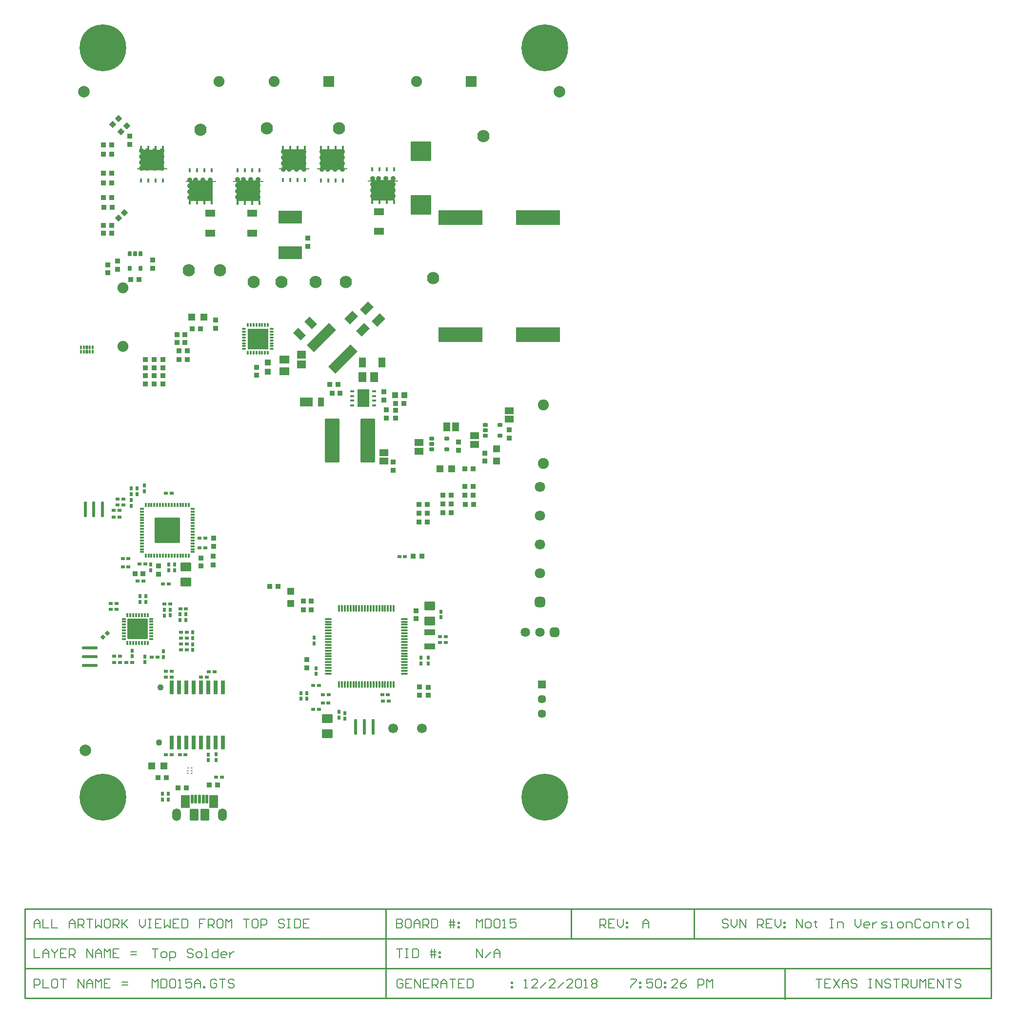
<source format=gts>
G04*
G04 #@! TF.GenerationSoftware,Altium Limited,Altium Designer,18.1.9 (240)*
G04*
G04 Layer_Color=8388736*
%FSAX25Y25*%
%MOIN*%
G70*
G01*
G75*
%ADD16C,0.01000*%
%ADD22C,0.00800*%
G04:AMPARAMS|DCode=35|XSize=9.84mil|YSize=21.85mil|CornerRadius=1.97mil|HoleSize=0mil|Usage=FLASHONLY|Rotation=270.000|XOffset=0mil|YOffset=0mil|HoleType=Round|Shape=RoundedRectangle|*
%AMROUNDEDRECTD35*
21,1,0.00984,0.01791,0,0,270.0*
21,1,0.00591,0.02185,0,0,270.0*
1,1,0.00394,-0.00896,-0.00295*
1,1,0.00394,-0.00896,0.00295*
1,1,0.00394,0.00896,0.00295*
1,1,0.00394,0.00896,-0.00295*
%
%ADD35ROUNDEDRECTD35*%
G04:AMPARAMS|DCode=65|XSize=7.87mil|YSize=11.81mil|CornerRadius=1.99mil|HoleSize=0mil|Usage=FLASHONLY|Rotation=90.000|XOffset=0mil|YOffset=0mil|HoleType=Round|Shape=RoundedRectangle|*
%AMROUNDEDRECTD65*
21,1,0.00787,0.00784,0,0,90.0*
21,1,0.00390,0.01181,0,0,90.0*
1,1,0.00398,0.00392,0.00195*
1,1,0.00398,0.00392,-0.00195*
1,1,0.00398,-0.00392,-0.00195*
1,1,0.00398,-0.00392,0.00195*
%
%ADD65ROUNDEDRECTD65*%
G04:AMPARAMS|DCode=66|XSize=7.87mil|YSize=13.78mil|CornerRadius=1.99mil|HoleSize=0mil|Usage=FLASHONLY|Rotation=90.000|XOffset=0mil|YOffset=0mil|HoleType=Round|Shape=RoundedRectangle|*
%AMROUNDEDRECTD66*
21,1,0.00787,0.00980,0,0,90.0*
21,1,0.00390,0.01378,0,0,90.0*
1,1,0.00398,0.00490,0.00195*
1,1,0.00398,0.00490,-0.00195*
1,1,0.00398,-0.00490,-0.00195*
1,1,0.00398,-0.00490,0.00195*
%
%ADD66ROUNDEDRECTD66*%
G04:AMPARAMS|DCode=68|XSize=29.92mil|YSize=16.14mil|CornerRadius=1.95mil|HoleSize=0mil|Usage=FLASHONLY|Rotation=270.000|XOffset=0mil|YOffset=0mil|HoleType=Round|Shape=RoundedRectangle|*
%AMROUNDEDRECTD68*
21,1,0.02992,0.01225,0,0,270.0*
21,1,0.02603,0.01614,0,0,270.0*
1,1,0.00389,-0.00612,-0.01301*
1,1,0.00389,-0.00612,0.01301*
1,1,0.00389,0.00612,0.01301*
1,1,0.00389,0.00612,-0.01301*
%
%ADD68ROUNDEDRECTD68*%
G04:AMPARAMS|DCode=95|XSize=140.94mil|YSize=157.48mil|CornerRadius=2.11mil|HoleSize=0mil|Usage=FLASHONLY|Rotation=270.000|XOffset=0mil|YOffset=0mil|HoleType=Round|Shape=RoundedRectangle|*
%AMROUNDEDRECTD95*
21,1,0.14094,0.15325,0,0,270.0*
21,1,0.13672,0.15748,0,0,270.0*
1,1,0.00423,-0.07663,-0.06836*
1,1,0.00423,-0.07663,0.06836*
1,1,0.00423,0.07663,0.06836*
1,1,0.00423,0.07663,-0.06836*
%
%ADD95ROUNDEDRECTD95*%
%ADD96R,0.00709X0.00984*%
%ADD97C,0.07874*%
G04:AMPARAMS|DCode=98|XSize=98.43mil|YSize=299.21mil|CornerRadius=3.86mil|HoleSize=0mil|Usage=FLASHONLY|Rotation=0.000|XOffset=0mil|YOffset=0mil|HoleType=Round|Shape=RoundedRectangle|*
%AMROUNDEDRECTD98*
21,1,0.09843,0.29150,0,0,0.0*
21,1,0.09071,0.29921,0,0,0.0*
1,1,0.00772,0.04535,-0.14575*
1,1,0.00772,-0.04535,-0.14575*
1,1,0.00772,-0.04535,0.14575*
1,1,0.00772,0.04535,0.14575*
%
%ADD98ROUNDEDRECTD98*%
G04:AMPARAMS|DCode=99|XSize=29.53mil|YSize=92.52mil|CornerRadius=3.89mil|HoleSize=0mil|Usage=FLASHONLY|Rotation=0.000|XOffset=0mil|YOffset=0mil|HoleType=Round|Shape=RoundedRectangle|*
%AMROUNDEDRECTD99*
21,1,0.02953,0.08474,0,0,0.0*
21,1,0.02175,0.09252,0,0,0.0*
1,1,0.00778,0.01088,-0.04237*
1,1,0.00778,-0.01088,-0.04237*
1,1,0.00778,-0.01088,0.04237*
1,1,0.00778,0.01088,0.04237*
%
%ADD99ROUNDEDRECTD99*%
%ADD100R,0.29921X0.10236*%
%ADD101R,0.13976X0.13976*%
%ADD102O,0.01339X0.02756*%
%ADD103O,0.02756X0.01339*%
G04:AMPARAMS|DCode=104|XSize=139.76mil|YSize=139.76mil|CornerRadius=4.01mil|HoleSize=0mil|Usage=FLASHONLY|Rotation=90.000|XOffset=0mil|YOffset=0mil|HoleType=Round|Shape=RoundedRectangle|*
%AMROUNDEDRECTD104*
21,1,0.13976,0.13175,0,0,90.0*
21,1,0.13175,0.13976,0,0,90.0*
1,1,0.00801,0.06588,0.06588*
1,1,0.00801,0.06588,-0.06588*
1,1,0.00801,-0.06588,-0.06588*
1,1,0.00801,-0.06588,0.06588*
%
%ADD104ROUNDEDRECTD104*%
G04:AMPARAMS|DCode=105|XSize=13.78mil|YSize=27.56mil|CornerRadius=3.94mil|HoleSize=0mil|Usage=FLASHONLY|Rotation=90.000|XOffset=0mil|YOffset=0mil|HoleType=Round|Shape=RoundedRectangle|*
%AMROUNDEDRECTD105*
21,1,0.01378,0.01968,0,0,90.0*
21,1,0.00591,0.02756,0,0,90.0*
1,1,0.00787,0.00984,0.00295*
1,1,0.00787,0.00984,-0.00295*
1,1,0.00787,-0.00984,-0.00295*
1,1,0.00787,-0.00984,0.00295*
%
%ADD105ROUNDEDRECTD105*%
G04:AMPARAMS|DCode=106|XSize=13.78mil|YSize=27.56mil|CornerRadius=3.94mil|HoleSize=0mil|Usage=FLASHONLY|Rotation=180.000|XOffset=0mil|YOffset=0mil|HoleType=Round|Shape=RoundedRectangle|*
%AMROUNDEDRECTD106*
21,1,0.01378,0.01968,0,0,180.0*
21,1,0.00591,0.02756,0,0,180.0*
1,1,0.00787,-0.00295,0.00984*
1,1,0.00787,0.00295,0.00984*
1,1,0.00787,0.00295,-0.00984*
1,1,0.00787,-0.00295,-0.00984*
%
%ADD106ROUNDEDRECTD106*%
G04:AMPARAMS|DCode=107|XSize=171.26mil|YSize=171.26mil|CornerRadius=3.64mil|HoleSize=0mil|Usage=FLASHONLY|Rotation=90.000|XOffset=0mil|YOffset=0mil|HoleType=Round|Shape=RoundedRectangle|*
%AMROUNDEDRECTD107*
21,1,0.17126,0.16398,0,0,90.0*
21,1,0.16398,0.17126,0,0,90.0*
1,1,0.00728,0.08199,0.08199*
1,1,0.00728,0.08199,-0.08199*
1,1,0.00728,-0.08199,-0.08199*
1,1,0.00728,-0.08199,0.08199*
%
%ADD107ROUNDEDRECTD107*%
G04:AMPARAMS|DCode=108|XSize=14.96mil|YSize=29.13mil|CornerRadius=4.74mil|HoleSize=0mil|Usage=FLASHONLY|Rotation=270.000|XOffset=0mil|YOffset=0mil|HoleType=Round|Shape=RoundedRectangle|*
%AMROUNDEDRECTD108*
21,1,0.01496,0.01965,0,0,270.0*
21,1,0.00548,0.02913,0,0,270.0*
1,1,0.00948,-0.00983,-0.00274*
1,1,0.00948,-0.00983,0.00274*
1,1,0.00948,0.00983,0.00274*
1,1,0.00948,0.00983,-0.00274*
%
%ADD108ROUNDEDRECTD108*%
G04:AMPARAMS|DCode=109|XSize=14.96mil|YSize=29.13mil|CornerRadius=4.74mil|HoleSize=0mil|Usage=FLASHONLY|Rotation=0.000|XOffset=0mil|YOffset=0mil|HoleType=Round|Shape=RoundedRectangle|*
%AMROUNDEDRECTD109*
21,1,0.01496,0.01965,0,0,0.0*
21,1,0.00548,0.02913,0,0,0.0*
1,1,0.00948,0.00274,-0.00983*
1,1,0.00948,-0.00274,-0.00983*
1,1,0.00948,-0.00274,0.00983*
1,1,0.00948,0.00274,0.00983*
%
%ADD109ROUNDEDRECTD109*%
%ADD110R,0.09055X0.05906*%
%ADD111R,0.03937X0.05906*%
%ADD112O,0.01378X0.05315*%
%ADD113O,0.05315X0.01378*%
G04:AMPARAMS|DCode=114|XSize=122.05mil|YSize=81.89mil|CornerRadius=3.92mil|HoleSize=0mil|Usage=FLASHONLY|Rotation=270.000|XOffset=0mil|YOffset=0mil|HoleType=Round|Shape=RoundedRectangle|*
%AMROUNDEDRECTD114*
21,1,0.12205,0.07406,0,0,270.0*
21,1,0.11421,0.08189,0,0,270.0*
1,1,0.00784,-0.03703,-0.05711*
1,1,0.00784,-0.03703,0.05711*
1,1,0.00784,0.03703,0.05711*
1,1,0.00784,0.03703,-0.05711*
%
%ADD114ROUNDEDRECTD114*%
G04:AMPARAMS|DCode=115|XSize=15.75mil|YSize=27.56mil|CornerRadius=3.92mil|HoleSize=0mil|Usage=FLASHONLY|Rotation=270.000|XOffset=0mil|YOffset=0mil|HoleType=Round|Shape=RoundedRectangle|*
%AMROUNDEDRECTD115*
21,1,0.01575,0.01972,0,0,270.0*
21,1,0.00791,0.02756,0,0,270.0*
1,1,0.00784,-0.00986,-0.00396*
1,1,0.00784,-0.00986,0.00396*
1,1,0.00784,0.00986,0.00396*
1,1,0.00784,0.00986,-0.00396*
%
%ADD115ROUNDEDRECTD115*%
G04:AMPARAMS|DCode=116|XSize=19.68mil|YSize=106.3mil|CornerRadius=3.94mil|HoleSize=0mil|Usage=FLASHONLY|Rotation=180.000|XOffset=0mil|YOffset=0mil|HoleType=Round|Shape=RoundedRectangle|*
%AMROUNDEDRECTD116*
21,1,0.01968,0.09843,0,0,180.0*
21,1,0.01181,0.10630,0,0,180.0*
1,1,0.00787,-0.00591,0.04921*
1,1,0.00787,0.00591,0.04921*
1,1,0.00787,0.00591,-0.04921*
1,1,0.00787,-0.00591,-0.04921*
%
%ADD116ROUNDEDRECTD116*%
G04:AMPARAMS|DCode=117|XSize=62.01mil|YSize=86.61mil|CornerRadius=4mil|HoleSize=0mil|Usage=FLASHONLY|Rotation=180.000|XOffset=0mil|YOffset=0mil|HoleType=Round|Shape=RoundedRectangle|*
%AMROUNDEDRECTD117*
21,1,0.06201,0.07861,0,0,180.0*
21,1,0.05401,0.08661,0,0,180.0*
1,1,0.00800,-0.02700,0.03931*
1,1,0.00800,0.02700,0.03931*
1,1,0.00800,0.02700,-0.03931*
1,1,0.00800,-0.02700,-0.03931*
%
%ADD117ROUNDEDRECTD117*%
G04:AMPARAMS|DCode=118|XSize=58.07mil|YSize=78.74mil|CornerRadius=3.86mil|HoleSize=0mil|Usage=FLASHONLY|Rotation=180.000|XOffset=0mil|YOffset=0mil|HoleType=Round|Shape=RoundedRectangle|*
%AMROUNDEDRECTD118*
21,1,0.05807,0.07101,0,0,180.0*
21,1,0.05034,0.07874,0,0,180.0*
1,1,0.00773,-0.02517,0.03551*
1,1,0.00773,0.02517,0.03551*
1,1,0.00773,0.02517,-0.03551*
1,1,0.00773,-0.02517,-0.03551*
%
%ADD118ROUNDEDRECTD118*%
G04:AMPARAMS|DCode=119|XSize=21.65mil|YSize=58.27mil|CornerRadius=3.92mil|HoleSize=0mil|Usage=FLASHONLY|Rotation=180.000|XOffset=0mil|YOffset=0mil|HoleType=Round|Shape=RoundedRectangle|*
%AMROUNDEDRECTD119*
21,1,0.02165,0.05043,0,0,180.0*
21,1,0.01382,0.05827,0,0,180.0*
1,1,0.00784,-0.00691,0.02522*
1,1,0.00784,0.00691,0.02522*
1,1,0.00784,0.00691,-0.02522*
1,1,0.00784,-0.00691,-0.02522*
%
%ADD119ROUNDEDRECTD119*%
%ADD120R,0.05118X0.05118*%
%ADD121R,0.03543X0.03543*%
%ADD122R,0.05118X0.05118*%
G04:AMPARAMS|DCode=123|XSize=131.89mil|YSize=138.98mil|CornerRadius=3.89mil|HoleSize=0mil|Usage=FLASHONLY|Rotation=270.000|XOffset=0mil|YOffset=0mil|HoleType=Round|Shape=RoundedRectangle|*
%AMROUNDEDRECTD123*
21,1,0.13189,0.13120,0,0,270.0*
21,1,0.12411,0.13898,0,0,270.0*
1,1,0.00778,-0.06560,-0.06206*
1,1,0.00778,-0.06560,0.06206*
1,1,0.00778,0.06560,0.06206*
1,1,0.00778,0.06560,-0.06206*
%
%ADD123ROUNDEDRECTD123*%
%ADD124R,0.07480X0.04331*%
G04:AMPARAMS|DCode=125|XSize=11.81mil|YSize=26.18mil|CornerRadius=3.94mil|HoleSize=0mil|Usage=FLASHONLY|Rotation=180.000|XOffset=0mil|YOffset=0mil|HoleType=Round|Shape=RoundedRectangle|*
%AMROUNDEDRECTD125*
21,1,0.01181,0.01831,0,0,180.0*
21,1,0.00394,0.02618,0,0,180.0*
1,1,0.00787,-0.00197,0.00915*
1,1,0.00787,0.00197,0.00915*
1,1,0.00787,0.00197,-0.00915*
1,1,0.00787,-0.00197,-0.00915*
%
%ADD125ROUNDEDRECTD125*%
G04:AMPARAMS|DCode=126|XSize=19.68mil|YSize=26.18mil|CornerRadius=3.94mil|HoleSize=0mil|Usage=FLASHONLY|Rotation=180.000|XOffset=0mil|YOffset=0mil|HoleType=Round|Shape=RoundedRectangle|*
%AMROUNDEDRECTD126*
21,1,0.01968,0.01831,0,0,180.0*
21,1,0.01181,0.02618,0,0,180.0*
1,1,0.00787,-0.00591,0.00915*
1,1,0.00787,0.00591,0.00915*
1,1,0.00787,0.00591,-0.00915*
1,1,0.00787,-0.00591,-0.00915*
%
%ADD126ROUNDEDRECTD126*%
G04:AMPARAMS|DCode=127|XSize=25.59mil|YSize=35.43mil|CornerRadius=3.92mil|HoleSize=0mil|Usage=FLASHONLY|Rotation=0.000|XOffset=0mil|YOffset=0mil|HoleType=Round|Shape=RoundedRectangle|*
%AMROUNDEDRECTD127*
21,1,0.02559,0.02760,0,0,0.0*
21,1,0.01776,0.03543,0,0,0.0*
1,1,0.00784,0.00888,-0.01380*
1,1,0.00784,-0.00888,-0.01380*
1,1,0.00784,-0.00888,0.01380*
1,1,0.00784,0.00888,0.01380*
%
%ADD127ROUNDEDRECTD127*%
%ADD128R,0.16142X0.08661*%
G04:AMPARAMS|DCode=129|XSize=74.8mil|YSize=59.06mil|CornerRadius=3.9mil|HoleSize=0mil|Usage=FLASHONLY|Rotation=0.000|XOffset=0mil|YOffset=0mil|HoleType=Round|Shape=RoundedRectangle|*
%AMROUNDEDRECTD129*
21,1,0.07480,0.05126,0,0,0.0*
21,1,0.06701,0.05906,0,0,0.0*
1,1,0.00780,0.03350,-0.02563*
1,1,0.00780,-0.03350,-0.02563*
1,1,0.00780,-0.03350,0.02563*
1,1,0.00780,0.03350,0.02563*
%
%ADD129ROUNDEDRECTD129*%
G04:AMPARAMS|DCode=130|XSize=212.6mil|YSize=66.93mil|CornerRadius=0mil|HoleSize=0mil|Usage=FLASHONLY|Rotation=45.000|XOffset=0mil|YOffset=0mil|HoleType=Round|Shape=Rectangle|*
%AMROTATEDRECTD130*
4,1,4,-0.05150,-0.09883,-0.09883,-0.05150,0.05150,0.09883,0.09883,0.05150,-0.05150,-0.09883,0.0*
%
%ADD130ROTATEDRECTD130*%

G04:AMPARAMS|DCode=131|XSize=72.84mil|YSize=47.24mil|CornerRadius=0mil|HoleSize=0mil|Usage=FLASHONLY|Rotation=315.000|XOffset=0mil|YOffset=0mil|HoleType=Round|Shape=Rectangle|*
%AMROTATEDRECTD131*
4,1,4,-0.04245,0.00905,-0.00905,0.04245,0.04245,-0.00905,0.00905,-0.04245,-0.04245,0.00905,0.0*
%
%ADD131ROTATEDRECTD131*%

%ADD132R,0.06693X0.04724*%
G04:AMPARAMS|DCode=133|XSize=76.77mil|YSize=55.12mil|CornerRadius=0mil|HoleSize=0mil|Usage=FLASHONLY|Rotation=225.000|XOffset=0mil|YOffset=0mil|HoleType=Round|Shape=Rectangle|*
%AMROTATEDRECTD133*
4,1,4,0.00766,0.04663,0.04663,0.00766,-0.00766,-0.04663,-0.04663,-0.00766,0.00766,0.04663,0.0*
%
%ADD133ROTATEDRECTD133*%

%ADD134R,0.05906X0.04724*%
%ADD135R,0.06694X0.05394*%
%ADD136R,0.06299X0.05512*%
%ADD137R,0.03543X0.03740*%
%ADD138R,0.02756X0.02362*%
%ADD139R,0.03740X0.03543*%
%ADD140C,0.04331*%
G04:AMPARAMS|DCode=141|XSize=25.59mil|YSize=35.43mil|CornerRadius=3.92mil|HoleSize=0mil|Usage=FLASHONLY|Rotation=90.000|XOffset=0mil|YOffset=0mil|HoleType=Round|Shape=RoundedRectangle|*
%AMROUNDEDRECTD141*
21,1,0.02559,0.02760,0,0,90.0*
21,1,0.01776,0.03543,0,0,90.0*
1,1,0.00784,0.01380,0.00888*
1,1,0.00784,0.01380,-0.00888*
1,1,0.00784,-0.01380,-0.00888*
1,1,0.00784,-0.01380,0.00888*
%
%ADD141ROUNDEDRECTD141*%
%ADD142R,0.03394X0.03394*%
%ADD143R,0.03394X0.03394*%
%ADD144R,0.02362X0.02756*%
%ADD145R,0.05394X0.06694*%
%ADD146R,0.04724X0.06693*%
%ADD147R,0.04724X0.05906*%
G04:AMPARAMS|DCode=148|XSize=19.68mil|YSize=106.3mil|CornerRadius=3.94mil|HoleSize=0mil|Usage=FLASHONLY|Rotation=90.000|XOffset=0mil|YOffset=0mil|HoleType=Round|Shape=RoundedRectangle|*
%AMROUNDEDRECTD148*
21,1,0.01968,0.09843,0,0,90.0*
21,1,0.01181,0.10630,0,0,90.0*
1,1,0.00787,0.04921,0.00591*
1,1,0.00787,0.04921,-0.00591*
1,1,0.00787,-0.04921,-0.00591*
1,1,0.00787,-0.04921,0.00591*
%
%ADD148ROUNDEDRECTD148*%
%ADD149P,0.04799X4X90.0*%
G04:AMPARAMS|DCode=150|XSize=23.62mil|YSize=27.56mil|CornerRadius=0mil|HoleSize=0mil|Usage=FLASHONLY|Rotation=315.000|XOffset=0mil|YOffset=0mil|HoleType=Round|Shape=Rectangle|*
%AMROTATEDRECTD150*
4,1,4,-0.01810,-0.00139,0.00139,0.01810,0.01810,0.00139,-0.00139,-0.01810,-0.01810,-0.00139,0.0*
%
%ADD150ROTATEDRECTD150*%

%ADD151R,0.03543X0.03543*%
%ADD152R,0.04331X0.04134*%
%ADD153R,0.04134X0.04331*%
%ADD154C,0.06693*%
%ADD155C,0.07480*%
%ADD156R,0.07480X0.07480*%
G04:AMPARAMS|DCode=157|XSize=70.87mil|YSize=70.87mil|CornerRadius=18.7mil|HoleSize=0mil|Usage=FLASHONLY|Rotation=90.000|XOffset=0mil|YOffset=0mil|HoleType=Round|Shape=RoundedRectangle|*
%AMROUNDEDRECTD157*
21,1,0.07087,0.03347,0,0,90.0*
21,1,0.03347,0.07087,0,0,90.0*
1,1,0.03740,0.01673,0.01673*
1,1,0.03740,0.01673,-0.01673*
1,1,0.03740,-0.01673,-0.01673*
1,1,0.03740,-0.01673,0.01673*
%
%ADD157ROUNDEDRECTD157*%
%ADD158C,0.07087*%
%ADD159C,0.31890*%
G04:AMPARAMS|DCode=160|XSize=86.61mil|YSize=59.06mil|CornerRadius=29.53mil|HoleSize=0mil|Usage=FLASHONLY|Rotation=90.000|XOffset=0mil|YOffset=0mil|HoleType=Round|Shape=RoundedRectangle|*
%AMROUNDEDRECTD160*
21,1,0.08661,0.00000,0,0,90.0*
21,1,0.02756,0.05906,0,0,90.0*
1,1,0.05906,0.00000,0.01378*
1,1,0.05906,0.00000,-0.01378*
1,1,0.05906,0.00000,-0.01378*
1,1,0.05906,0.00000,0.01378*
%
%ADD160ROUNDEDRECTD160*%
%ADD161C,0.06417*%
G04:AMPARAMS|DCode=162|XSize=64.17mil|YSize=64.17mil|CornerRadius=17.03mil|HoleSize=0mil|Usage=FLASHONLY|Rotation=180.000|XOffset=0mil|YOffset=0mil|HoleType=Round|Shape=RoundedRectangle|*
%AMROUNDEDRECTD162*
21,1,0.06417,0.03012,0,0,180.0*
21,1,0.03012,0.06417,0,0,180.0*
1,1,0.03406,-0.01506,0.01506*
1,1,0.03406,0.01506,0.01506*
1,1,0.03406,0.01506,-0.01506*
1,1,0.03406,-0.01506,-0.01506*
%
%ADD162ROUNDEDRECTD162*%
%ADD163C,0.08394*%
%ADD164C,0.05709*%
%ADD165R,0.05709X0.05709*%
%ADD166C,0.03494*%
%ADD167C,0.02362*%
G54D16*
X0559400Y0039400D02*
Y0059683D01*
X0440500Y0040050D02*
X0700200D01*
Y0101050D01*
X0286500Y0040050D02*
Y0101050D01*
X0040000Y0040050D02*
Y0101050D01*
X0040050Y0040050D02*
X0197600D01*
X0040050D02*
Y0101050D01*
X0700200D01*
X0040000Y0040050D02*
X0440500D01*
X0040000Y0060383D02*
X0700000D01*
X0040000Y0080717D02*
X0700200D01*
X0413200D02*
Y0101050D01*
X0497200Y0080717D02*
Y0101050D01*
G54D22*
X0126900Y0073549D02*
X0130899D01*
X0128899D01*
Y0067551D01*
X0133898D02*
X0135897D01*
X0136897Y0068550D01*
Y0070550D01*
X0135897Y0071549D01*
X0133898D01*
X0132898Y0070550D01*
Y0068550D01*
X0133898Y0067551D01*
X0138896Y0065551D02*
Y0071549D01*
X0141895D01*
X0142895Y0070550D01*
Y0068550D01*
X0141895Y0067551D01*
X0138896D01*
X0154891Y0072549D02*
X0153891Y0073549D01*
X0151892D01*
X0150892Y0072549D01*
Y0071549D01*
X0151892Y0070550D01*
X0153891D01*
X0154891Y0069550D01*
Y0068550D01*
X0153891Y0067551D01*
X0151892D01*
X0150892Y0068550D01*
X0157890Y0067551D02*
X0159889D01*
X0160889Y0068550D01*
Y0070550D01*
X0159889Y0071549D01*
X0157890D01*
X0156890Y0070550D01*
Y0068550D01*
X0157890Y0067551D01*
X0162888D02*
X0164888D01*
X0163888D01*
Y0073549D01*
X0162888D01*
X0171885D02*
Y0067551D01*
X0168886D01*
X0167887Y0068550D01*
Y0070550D01*
X0168886Y0071549D01*
X0171885D01*
X0176884Y0067551D02*
X0174884D01*
X0173885Y0068550D01*
Y0070550D01*
X0174884Y0071549D01*
X0176884D01*
X0177884Y0070550D01*
Y0069550D01*
X0173885D01*
X0179883Y0071549D02*
Y0067551D01*
Y0069550D01*
X0180883Y0070550D01*
X0181882Y0071549D01*
X0182882D01*
X0126900Y0073549D02*
X0130899D01*
X0128899D01*
Y0067551D01*
X0133898D02*
X0135897D01*
X0136897Y0068550D01*
Y0070550D01*
X0135897Y0071549D01*
X0133898D01*
X0132898Y0070550D01*
Y0068550D01*
X0133898Y0067551D01*
X0138896Y0065551D02*
Y0071549D01*
X0141895D01*
X0142895Y0070550D01*
Y0068550D01*
X0141895Y0067551D01*
X0138896D01*
X0154891Y0072549D02*
X0153891Y0073549D01*
X0151892D01*
X0150892Y0072549D01*
Y0071549D01*
X0151892Y0070550D01*
X0153891D01*
X0154891Y0069550D01*
Y0068550D01*
X0153891Y0067551D01*
X0151892D01*
X0150892Y0068550D01*
X0157890Y0067551D02*
X0159889D01*
X0160889Y0068550D01*
Y0070550D01*
X0159889Y0071549D01*
X0157890D01*
X0156890Y0070550D01*
Y0068550D01*
X0157890Y0067551D01*
X0162888D02*
X0164888D01*
X0163888D01*
Y0073549D01*
X0162888D01*
X0171885D02*
Y0067551D01*
X0168886D01*
X0167887Y0068550D01*
Y0070550D01*
X0168886Y0071549D01*
X0171885D01*
X0176884Y0067551D02*
X0174884D01*
X0173885Y0068550D01*
Y0070550D01*
X0174884Y0071549D01*
X0176884D01*
X0177884Y0070550D01*
Y0069550D01*
X0173885D01*
X0179883Y0071549D02*
Y0067551D01*
Y0069550D01*
X0180883Y0070550D01*
X0181882Y0071549D01*
X0182882D01*
X0348550Y0067500D02*
Y0073498D01*
X0352549Y0067500D01*
Y0073498D01*
X0354548Y0067500D02*
X0358547Y0071499D01*
X0360546Y0067500D02*
Y0071499D01*
X0362545Y0073498D01*
X0364545Y0071499D01*
Y0067500D01*
Y0070499D01*
X0360546D01*
X0294000Y0073498D02*
X0297999D01*
X0295999D01*
Y0067500D01*
X0299998Y0073498D02*
X0301997D01*
X0300998D01*
Y0067500D01*
X0299998D01*
X0301997D01*
X0304996Y0073498D02*
Y0067500D01*
X0307996D01*
X0308995Y0068500D01*
Y0072498D01*
X0307996Y0073498D01*
X0304996D01*
X0317992Y0067500D02*
Y0073498D01*
X0319992D02*
Y0067500D01*
X0316993Y0071499D02*
X0319992D01*
X0320991D01*
X0316993Y0069499D02*
X0320991D01*
X0322991Y0071499D02*
X0323990D01*
Y0070499D01*
X0322991D01*
Y0071499D01*
Y0068500D02*
X0323990D01*
Y0067500D01*
X0322991D01*
Y0068500D01*
X0580500Y0052965D02*
X0584499D01*
X0582499D01*
Y0046966D01*
X0590497Y0052965D02*
X0586498D01*
Y0046966D01*
X0590497D01*
X0586498Y0049966D02*
X0588497D01*
X0592496Y0052965D02*
X0596495Y0046966D01*
Y0052965D02*
X0592496Y0046966D01*
X0598494D02*
Y0050965D01*
X0600493Y0052965D01*
X0602493Y0050965D01*
Y0046966D01*
Y0049966D01*
X0598494D01*
X0608491Y0051965D02*
X0607491Y0052965D01*
X0605492D01*
X0604492Y0051965D01*
Y0050965D01*
X0605492Y0049966D01*
X0607491D01*
X0608491Y0048966D01*
Y0047966D01*
X0607491Y0046966D01*
X0605492D01*
X0604492Y0047966D01*
X0616488Y0052965D02*
X0618488D01*
X0617488D01*
Y0046966D01*
X0616488D01*
X0618488D01*
X0621487D02*
Y0052965D01*
X0625486Y0046966D01*
Y0052965D01*
X0631484Y0051965D02*
X0630484Y0052965D01*
X0628484D01*
X0627485Y0051965D01*
Y0050965D01*
X0628484Y0049966D01*
X0630484D01*
X0631484Y0048966D01*
Y0047966D01*
X0630484Y0046966D01*
X0628484D01*
X0627485Y0047966D01*
X0633483Y0052965D02*
X0637482D01*
X0635482D01*
Y0046966D01*
X0639481D02*
Y0052965D01*
X0642480D01*
X0643480Y0051965D01*
Y0049966D01*
X0642480Y0048966D01*
X0639481D01*
X0641480D02*
X0643480Y0046966D01*
X0645479Y0052965D02*
Y0047966D01*
X0646479Y0046966D01*
X0648478D01*
X0649478Y0047966D01*
Y0052965D01*
X0651477Y0046966D02*
Y0052965D01*
X0653476Y0050965D01*
X0655476Y0052965D01*
Y0046966D01*
X0661474Y0052965D02*
X0657475D01*
Y0046966D01*
X0661474D01*
X0657475Y0049966D02*
X0659474D01*
X0663473Y0046966D02*
Y0052965D01*
X0667472Y0046966D01*
Y0052965D01*
X0669471D02*
X0673470D01*
X0671471D01*
Y0046966D01*
X0679468Y0051965D02*
X0678468Y0052965D01*
X0676469D01*
X0675469Y0051965D01*
Y0050965D01*
X0676469Y0049966D01*
X0678468D01*
X0679468Y0048966D01*
Y0047966D01*
X0678468Y0046966D01*
X0676469D01*
X0675469Y0047966D01*
X0454050Y0052965D02*
X0458049D01*
Y0051965D01*
X0454050Y0047966D01*
Y0046966D01*
X0460048Y0050965D02*
X0461048D01*
Y0049966D01*
X0460048D01*
Y0050965D01*
Y0047966D02*
X0461048D01*
Y0046966D01*
X0460048D01*
Y0047966D01*
X0469045Y0052965D02*
X0465046D01*
Y0049966D01*
X0467046Y0050965D01*
X0468046D01*
X0469045Y0049966D01*
Y0047966D01*
X0468046Y0046966D01*
X0466046D01*
X0465046Y0047966D01*
X0471044Y0051965D02*
X0472044Y0052965D01*
X0474044D01*
X0475043Y0051965D01*
Y0047966D01*
X0474044Y0046966D01*
X0472044D01*
X0471044Y0047966D01*
Y0051965D01*
X0477043Y0050965D02*
X0478042D01*
Y0049966D01*
X0477043D01*
Y0050965D01*
Y0047966D02*
X0478042D01*
Y0046966D01*
X0477043D01*
Y0047966D01*
X0486040Y0046966D02*
X0482041D01*
X0486040Y0050965D01*
Y0051965D01*
X0485040Y0052965D01*
X0483041D01*
X0482041Y0051965D01*
X0492038Y0052965D02*
X0490038Y0051965D01*
X0488039Y0049966D01*
Y0047966D01*
X0489039Y0046966D01*
X0491038D01*
X0492038Y0047966D01*
Y0048966D01*
X0491038Y0049966D01*
X0488039D01*
X0500035Y0046966D02*
Y0052965D01*
X0503034D01*
X0504034Y0051965D01*
Y0049966D01*
X0503034Y0048966D01*
X0500035D01*
X0506033Y0046966D02*
Y0052965D01*
X0508033Y0050965D01*
X0510032Y0052965D01*
Y0046966D01*
X0046350D02*
Y0052965D01*
X0049349D01*
X0050349Y0051965D01*
Y0049966D01*
X0049349Y0048966D01*
X0046350D01*
X0052348Y0052965D02*
Y0046966D01*
X0056347D01*
X0061345Y0052965D02*
X0059346D01*
X0058346Y0051965D01*
Y0047966D01*
X0059346Y0046966D01*
X0061345D01*
X0062345Y0047966D01*
Y0051965D01*
X0061345Y0052965D01*
X0064344D02*
X0068343D01*
X0066343D01*
Y0046966D01*
X0076340D02*
Y0052965D01*
X0080339Y0046966D01*
Y0052965D01*
X0082338Y0046966D02*
Y0050965D01*
X0084338Y0052965D01*
X0086337Y0050965D01*
Y0046966D01*
Y0049966D01*
X0082338D01*
X0088336Y0046966D02*
Y0052965D01*
X0090336Y0050965D01*
X0092335Y0052965D01*
Y0046966D01*
X0098333Y0052965D02*
X0094335D01*
Y0046966D01*
X0098333D01*
X0094335Y0049966D02*
X0096334D01*
X0106331Y0048966D02*
X0110329D01*
X0106331Y0050965D02*
X0110329D01*
X0046350Y0073549D02*
Y0067551D01*
X0050349D01*
X0052348D02*
Y0071549D01*
X0054347Y0073549D01*
X0056347Y0071549D01*
Y0067551D01*
Y0070550D01*
X0052348D01*
X0058346Y0073549D02*
Y0072549D01*
X0060346Y0070550D01*
X0062345Y0072549D01*
Y0073549D01*
X0060346Y0070550D02*
Y0067551D01*
X0068343Y0073549D02*
X0064344D01*
Y0067551D01*
X0068343D01*
X0064344Y0070550D02*
X0066343D01*
X0070342Y0067551D02*
Y0073549D01*
X0073341D01*
X0074341Y0072549D01*
Y0070550D01*
X0073341Y0069550D01*
X0070342D01*
X0072342D02*
X0074341Y0067551D01*
X0082338D02*
Y0073549D01*
X0086337Y0067551D01*
Y0073549D01*
X0088336Y0067551D02*
Y0071549D01*
X0090336Y0073549D01*
X0092335Y0071549D01*
Y0067551D01*
Y0070550D01*
X0088336D01*
X0094335Y0067551D02*
Y0073549D01*
X0096334Y0071549D01*
X0098333Y0073549D01*
Y0067551D01*
X0104331Y0073549D02*
X0100332D01*
Y0067551D01*
X0104331D01*
X0100332Y0070550D02*
X0102332D01*
X0112329Y0069550D02*
X0116327D01*
X0112329Y0071549D02*
X0116327D01*
X0294000Y0093831D02*
Y0087833D01*
X0296999D01*
X0297999Y0088833D01*
Y0089833D01*
X0296999Y0090832D01*
X0294000D01*
X0296999D01*
X0297999Y0091832D01*
Y0092832D01*
X0296999Y0093831D01*
X0294000D01*
X0302997D02*
X0300998D01*
X0299998Y0092832D01*
Y0088833D01*
X0300998Y0087833D01*
X0302997D01*
X0303997Y0088833D01*
Y0092832D01*
X0302997Y0093831D01*
X0305996Y0087833D02*
Y0091832D01*
X0307996Y0093831D01*
X0309995Y0091832D01*
Y0087833D01*
Y0090832D01*
X0305996D01*
X0311994Y0087833D02*
Y0093831D01*
X0314993D01*
X0315993Y0092832D01*
Y0090832D01*
X0314993Y0089833D01*
X0311994D01*
X0313994D02*
X0315993Y0087833D01*
X0317992Y0093831D02*
Y0087833D01*
X0320991D01*
X0321991Y0088833D01*
Y0092832D01*
X0320991Y0093831D01*
X0317992D01*
X0330988Y0087833D02*
Y0093831D01*
X0332987D02*
Y0087833D01*
X0329988Y0091832D02*
X0332987D01*
X0333987D01*
X0329988Y0089833D02*
X0333987D01*
X0335986Y0091832D02*
X0336986D01*
Y0090832D01*
X0335986D01*
Y0091832D01*
Y0088833D02*
X0336986D01*
Y0087833D01*
X0335986D01*
Y0088833D01*
X0348550Y0087833D02*
Y0093831D01*
X0350549Y0091832D01*
X0352549Y0093831D01*
Y0087833D01*
X0354548Y0093831D02*
Y0087833D01*
X0357547D01*
X0358547Y0088833D01*
Y0092832D01*
X0357547Y0093831D01*
X0354548D01*
X0360546Y0092832D02*
X0361546Y0093831D01*
X0363545D01*
X0364545Y0092832D01*
Y0088833D01*
X0363545Y0087833D01*
X0361546D01*
X0360546Y0088833D01*
Y0092832D01*
X0366544Y0087833D02*
X0368544D01*
X0367544D01*
Y0093831D01*
X0366544Y0092832D01*
X0375541Y0093831D02*
X0371543D01*
Y0090832D01*
X0373542Y0091832D01*
X0374542D01*
X0375541Y0090832D01*
Y0088833D01*
X0374542Y0087833D01*
X0372542D01*
X0371543Y0088833D01*
X0462150Y0087833D02*
Y0091832D01*
X0464149Y0093831D01*
X0466149Y0091832D01*
Y0087833D01*
Y0090832D01*
X0462150D01*
X0046350Y0087833D02*
Y0091832D01*
X0048349Y0093831D01*
X0050349Y0091832D01*
Y0087833D01*
Y0090832D01*
X0046350D01*
X0052348Y0093831D02*
Y0087833D01*
X0056347D01*
X0058346Y0093831D02*
Y0087833D01*
X0062345D01*
X0070342D02*
Y0091832D01*
X0072342Y0093831D01*
X0074341Y0091832D01*
Y0087833D01*
Y0090832D01*
X0070342D01*
X0076340Y0087833D02*
Y0093831D01*
X0079339D01*
X0080339Y0092832D01*
Y0090832D01*
X0079339Y0089833D01*
X0076340D01*
X0078340D02*
X0080339Y0087833D01*
X0082338Y0093831D02*
X0086337D01*
X0084338D01*
Y0087833D01*
X0088336Y0093831D02*
Y0087833D01*
X0090336Y0089833D01*
X0092335Y0087833D01*
Y0093831D01*
X0097334D02*
X0095334D01*
X0094335Y0092832D01*
Y0088833D01*
X0095334Y0087833D01*
X0097334D01*
X0098333Y0088833D01*
Y0092832D01*
X0097334Y0093831D01*
X0100332Y0087833D02*
Y0093831D01*
X0103332D01*
X0104331Y0092832D01*
Y0090832D01*
X0103332Y0089833D01*
X0100332D01*
X0102332D02*
X0104331Y0087833D01*
X0106331Y0093831D02*
Y0087833D01*
Y0089833D01*
X0110329Y0093831D01*
X0107330Y0090832D01*
X0110329Y0087833D01*
X0118327Y0093831D02*
Y0089833D01*
X0120326Y0087833D01*
X0122325Y0089833D01*
Y0093831D01*
X0124325D02*
X0126324D01*
X0125324D01*
Y0087833D01*
X0124325D01*
X0126324D01*
X0133322Y0093831D02*
X0129323D01*
Y0087833D01*
X0133322D01*
X0129323Y0090832D02*
X0131323D01*
X0135321Y0093831D02*
Y0087833D01*
X0137321Y0089833D01*
X0139320Y0087833D01*
Y0093831D01*
X0145318D02*
X0141319D01*
Y0087833D01*
X0145318D01*
X0141319Y0090832D02*
X0143319D01*
X0147317Y0093831D02*
Y0087833D01*
X0150316D01*
X0151316Y0088833D01*
Y0092832D01*
X0150316Y0093831D01*
X0147317D01*
X0163312D02*
X0159313D01*
Y0090832D01*
X0161313D01*
X0159313D01*
Y0087833D01*
X0165312D02*
Y0093831D01*
X0168310D01*
X0169310Y0092832D01*
Y0090832D01*
X0168310Y0089833D01*
X0165312D01*
X0167311D02*
X0169310Y0087833D01*
X0174309Y0093831D02*
X0172309D01*
X0171310Y0092832D01*
Y0088833D01*
X0172309Y0087833D01*
X0174309D01*
X0175308Y0088833D01*
Y0092832D01*
X0174309Y0093831D01*
X0177308Y0087833D02*
Y0093831D01*
X0179307Y0091832D01*
X0181306Y0093831D01*
Y0087833D01*
X0189304Y0093831D02*
X0193303D01*
X0191303D01*
Y0087833D01*
X0198301Y0093831D02*
X0196301D01*
X0195302Y0092832D01*
Y0088833D01*
X0196301Y0087833D01*
X0198301D01*
X0199301Y0088833D01*
Y0092832D01*
X0198301Y0093831D01*
X0201300Y0087833D02*
Y0093831D01*
X0204299D01*
X0205299Y0092832D01*
Y0090832D01*
X0204299Y0089833D01*
X0201300D01*
X0217295Y0092832D02*
X0216295Y0093831D01*
X0214296D01*
X0213296Y0092832D01*
Y0091832D01*
X0214296Y0090832D01*
X0216295D01*
X0217295Y0089833D01*
Y0088833D01*
X0216295Y0087833D01*
X0214296D01*
X0213296Y0088833D01*
X0219294Y0093831D02*
X0221293D01*
X0220294D01*
Y0087833D01*
X0219294D01*
X0221293D01*
X0224292Y0093831D02*
Y0087833D01*
X0227291D01*
X0228291Y0088833D01*
Y0092832D01*
X0227291Y0093831D01*
X0224292D01*
X0234289D02*
X0230291D01*
Y0087833D01*
X0234289D01*
X0230291Y0090832D02*
X0232290D01*
X0298199Y0051965D02*
X0297199Y0052965D01*
X0295200D01*
X0294200Y0051965D01*
Y0047966D01*
X0295200Y0046966D01*
X0297199D01*
X0298199Y0047966D01*
Y0049966D01*
X0296199D01*
X0304197Y0052965D02*
X0300198D01*
Y0046966D01*
X0304197D01*
X0300198Y0049966D02*
X0302197D01*
X0306196Y0046966D02*
Y0052965D01*
X0310195Y0046966D01*
Y0052965D01*
X0316193D02*
X0312194D01*
Y0046966D01*
X0316193D01*
X0312194Y0049966D02*
X0314194D01*
X0318192Y0046966D02*
Y0052965D01*
X0321191D01*
X0322191Y0051965D01*
Y0049966D01*
X0321191Y0048966D01*
X0318192D01*
X0320192D02*
X0322191Y0046966D01*
X0324190D02*
Y0050965D01*
X0326190Y0052965D01*
X0328189Y0050965D01*
Y0046966D01*
Y0049966D01*
X0324190D01*
X0330188Y0052965D02*
X0334187D01*
X0332188D01*
Y0046966D01*
X0340185Y0052965D02*
X0336186D01*
Y0046966D01*
X0340185D01*
X0336186Y0049966D02*
X0338186D01*
X0342184Y0052965D02*
Y0046966D01*
X0345183D01*
X0346183Y0047966D01*
Y0051965D01*
X0345183Y0052965D01*
X0342184D01*
X0372175Y0050965D02*
X0373175D01*
Y0049966D01*
X0372175D01*
Y0050965D01*
Y0047966D02*
X0373175D01*
Y0046966D01*
X0372175D01*
Y0047966D01*
X0381150Y0046966D02*
X0383149D01*
X0382150D01*
Y0052965D01*
X0381150Y0051965D01*
X0390147Y0046966D02*
X0386148D01*
X0390147Y0050965D01*
Y0051965D01*
X0389147Y0052965D01*
X0387148D01*
X0386148Y0051965D01*
X0392146Y0046966D02*
X0396145Y0050965D01*
X0402143Y0046966D02*
X0398145D01*
X0402143Y0050965D01*
Y0051965D01*
X0401144Y0052965D01*
X0399144D01*
X0398145Y0051965D01*
X0404143Y0046966D02*
X0408141Y0050965D01*
X0414139Y0046966D02*
X0410141D01*
X0414139Y0050965D01*
Y0051965D01*
X0413140Y0052965D01*
X0411140D01*
X0410141Y0051965D01*
X0416139D02*
X0417138Y0052965D01*
X0419138D01*
X0420137Y0051965D01*
Y0047966D01*
X0419138Y0046966D01*
X0417138D01*
X0416139Y0047966D01*
Y0051965D01*
X0422137Y0046966D02*
X0424136D01*
X0423136D01*
Y0052965D01*
X0422137Y0051965D01*
X0427135D02*
X0428135Y0052965D01*
X0430134D01*
X0431134Y0051965D01*
Y0050965D01*
X0430134Y0049966D01*
X0431134Y0048966D01*
Y0047966D01*
X0430134Y0046966D01*
X0428135D01*
X0427135Y0047966D01*
Y0048966D01*
X0428135Y0049966D01*
X0427135Y0050965D01*
Y0051965D01*
X0428135Y0049966D02*
X0430134D01*
X0126900Y0046966D02*
Y0052965D01*
X0128899Y0050965D01*
X0130899Y0052965D01*
Y0046966D01*
X0132898Y0052965D02*
Y0046966D01*
X0135897D01*
X0136897Y0047966D01*
Y0051965D01*
X0135897Y0052965D01*
X0132898D01*
X0138896Y0051965D02*
X0139896Y0052965D01*
X0141895D01*
X0142895Y0051965D01*
Y0047966D01*
X0141895Y0046966D01*
X0139896D01*
X0138896Y0047966D01*
Y0051965D01*
X0144894Y0046966D02*
X0146894D01*
X0145894D01*
Y0052965D01*
X0144894Y0051965D01*
X0153891Y0052965D02*
X0149893D01*
Y0049966D01*
X0151892Y0050965D01*
X0152892D01*
X0153891Y0049966D01*
Y0047966D01*
X0152892Y0046966D01*
X0150892D01*
X0149893Y0047966D01*
X0155891Y0046966D02*
Y0050965D01*
X0157890Y0052965D01*
X0159889Y0050965D01*
Y0046966D01*
Y0049966D01*
X0155891D01*
X0161889Y0046966D02*
Y0047966D01*
X0162888D01*
Y0046966D01*
X0161889D01*
X0170886Y0051965D02*
X0169886Y0052965D01*
X0167887D01*
X0166887Y0051965D01*
Y0047966D01*
X0167887Y0046966D01*
X0169886D01*
X0170886Y0047966D01*
Y0049966D01*
X0168886D01*
X0172885Y0052965D02*
X0176884D01*
X0174884D01*
Y0046966D01*
X0182882Y0051965D02*
X0181882Y0052965D01*
X0179883D01*
X0178883Y0051965D01*
Y0050965D01*
X0179883Y0049966D01*
X0181882D01*
X0182882Y0048966D01*
Y0047966D01*
X0181882Y0046966D01*
X0179883D01*
X0178883Y0047966D01*
X0433000Y0087833D02*
Y0093831D01*
X0435999D01*
X0436999Y0092832D01*
Y0090832D01*
X0435999Y0089833D01*
X0433000D01*
X0434999D02*
X0436999Y0087833D01*
X0442997Y0093831D02*
X0438998D01*
Y0087833D01*
X0442997D01*
X0438998Y0090832D02*
X0440997D01*
X0444996Y0093831D02*
Y0089833D01*
X0446995Y0087833D01*
X0448995Y0089833D01*
Y0093831D01*
X0450994Y0091832D02*
X0451994D01*
Y0090832D01*
X0450994D01*
Y0091832D01*
Y0088833D02*
X0451994D01*
Y0087833D01*
X0450994D01*
Y0088833D01*
X0520799Y0092832D02*
X0519799Y0093831D01*
X0517800D01*
X0516800Y0092832D01*
Y0091832D01*
X0517800Y0090832D01*
X0519799D01*
X0520799Y0089833D01*
Y0088833D01*
X0519799Y0087833D01*
X0517800D01*
X0516800Y0088833D01*
X0522798Y0093831D02*
Y0089833D01*
X0524797Y0087833D01*
X0526797Y0089833D01*
Y0093831D01*
X0528796Y0087833D02*
Y0093831D01*
X0532795Y0087833D01*
Y0093831D01*
X0540792Y0087833D02*
Y0093831D01*
X0543791D01*
X0544791Y0092832D01*
Y0090832D01*
X0543791Y0089833D01*
X0540792D01*
X0542792D02*
X0544791Y0087833D01*
X0550789Y0093831D02*
X0546790D01*
Y0087833D01*
X0550789D01*
X0546790Y0090832D02*
X0548790D01*
X0552788Y0093831D02*
Y0089833D01*
X0554788Y0087833D01*
X0556787Y0089833D01*
Y0093831D01*
X0558786Y0091832D02*
X0559786D01*
Y0090832D01*
X0558786D01*
Y0091832D01*
Y0088833D02*
X0559786D01*
Y0087833D01*
X0558786D01*
Y0088833D01*
X0567400Y0087833D02*
Y0093831D01*
X0571399Y0087833D01*
Y0093831D01*
X0574398Y0087833D02*
X0576397D01*
X0577397Y0088833D01*
Y0090832D01*
X0576397Y0091832D01*
X0574398D01*
X0573398Y0090832D01*
Y0088833D01*
X0574398Y0087833D01*
X0580396Y0092832D02*
Y0091832D01*
X0579396D01*
X0581395D01*
X0580396D01*
Y0088833D01*
X0581395Y0087833D01*
X0590393Y0093831D02*
X0592392D01*
X0591392D01*
Y0087833D01*
X0590393D01*
X0592392D01*
X0595391D02*
Y0091832D01*
X0598390D01*
X0599390Y0090832D01*
Y0087833D01*
X0607387Y0093831D02*
Y0089833D01*
X0609386Y0087833D01*
X0611386Y0089833D01*
Y0093831D01*
X0616384Y0087833D02*
X0614385D01*
X0613385Y0088833D01*
Y0090832D01*
X0614385Y0091832D01*
X0616384D01*
X0617384Y0090832D01*
Y0089833D01*
X0613385D01*
X0619383Y0091832D02*
Y0087833D01*
Y0089833D01*
X0620383Y0090832D01*
X0621383Y0091832D01*
X0622382D01*
X0625381Y0087833D02*
X0628380D01*
X0629380Y0088833D01*
X0628380Y0089833D01*
X0626381D01*
X0625381Y0090832D01*
X0626381Y0091832D01*
X0629380D01*
X0631379Y0087833D02*
X0633379D01*
X0632379D01*
Y0091832D01*
X0631379D01*
X0637377Y0087833D02*
X0639377D01*
X0640376Y0088833D01*
Y0090832D01*
X0639377Y0091832D01*
X0637377D01*
X0636378Y0090832D01*
Y0088833D01*
X0637377Y0087833D01*
X0642376D02*
Y0091832D01*
X0645375D01*
X0646374Y0090832D01*
Y0087833D01*
X0652373Y0092832D02*
X0651373Y0093831D01*
X0649373D01*
X0648374Y0092832D01*
Y0088833D01*
X0649373Y0087833D01*
X0651373D01*
X0652373Y0088833D01*
X0655372Y0087833D02*
X0657371D01*
X0658371Y0088833D01*
Y0090832D01*
X0657371Y0091832D01*
X0655372D01*
X0654372Y0090832D01*
Y0088833D01*
X0655372Y0087833D01*
X0660370D02*
Y0091832D01*
X0663369D01*
X0664369Y0090832D01*
Y0087833D01*
X0667368Y0092832D02*
Y0091832D01*
X0666368D01*
X0668367D01*
X0667368D01*
Y0088833D01*
X0668367Y0087833D01*
X0671366Y0091832D02*
Y0087833D01*
Y0089833D01*
X0672366Y0090832D01*
X0673366Y0091832D01*
X0674365D01*
X0678364Y0087833D02*
X0680364D01*
X0681363Y0088833D01*
Y0090832D01*
X0680364Y0091832D01*
X0678364D01*
X0677364Y0090832D01*
Y0088833D01*
X0678364Y0087833D01*
X0683362D02*
X0685362D01*
X0684362D01*
Y0093831D01*
X0683362D01*
G54D35*
X0294002Y0598239D02*
D03*
X0275321D02*
D03*
X0259306Y0606537D02*
D03*
X0240625D02*
D03*
X0117568Y0606502D02*
D03*
X0136249D02*
D03*
X0183359Y0597770D02*
D03*
X0202041D02*
D03*
X0150905Y0597843D02*
D03*
X0169586D02*
D03*
X0214585Y0606603D02*
D03*
X0233266D02*
D03*
G54D65*
X0153815Y0197369D02*
D03*
Y0195400D02*
D03*
Y0193431D02*
D03*
X0151453D02*
D03*
Y0195400D02*
D03*
G54D66*
X0151551Y0197369D02*
D03*
G54D68*
X0292161Y0583869D02*
D03*
X0287161D02*
D03*
X0282161D02*
D03*
X0277161D02*
D03*
Y0606073D02*
D03*
X0282161D02*
D03*
X0287161D02*
D03*
X0292161D02*
D03*
X0242465Y0598702D02*
D03*
X0247465D02*
D03*
X0252466D02*
D03*
X0257466D02*
D03*
Y0620907D02*
D03*
X0252466D02*
D03*
X0247465D02*
D03*
X0242465D02*
D03*
X0119409Y0620872D02*
D03*
X0124409D02*
D03*
X0129409D02*
D03*
X0134409D02*
D03*
Y0598667D02*
D03*
X0129409D02*
D03*
X0124409D02*
D03*
X0119409D02*
D03*
X0200200Y0605605D02*
D03*
X0195200D02*
D03*
X0190200D02*
D03*
X0185200D02*
D03*
Y0583400D02*
D03*
X0190200D02*
D03*
X0195200D02*
D03*
X0200200D02*
D03*
X0167745Y0605678D02*
D03*
X0162745D02*
D03*
X0157745D02*
D03*
X0152745D02*
D03*
Y0583473D02*
D03*
X0157745D02*
D03*
X0162745D02*
D03*
X0167745D02*
D03*
X0216425Y0620973D02*
D03*
X0221425D02*
D03*
X0226425D02*
D03*
X0231425D02*
D03*
Y0598768D02*
D03*
X0226425D02*
D03*
X0221425D02*
D03*
X0216425D02*
D03*
G54D95*
X0284661Y0592018D02*
D03*
X0249966Y0612757D02*
D03*
X0126909Y0612723D02*
D03*
X0192700Y0591550D02*
D03*
X0160245Y0591622D02*
D03*
X0223925Y0612823D02*
D03*
G54D96*
X0276513Y0598239D02*
D03*
X0292811Y0598238D02*
D03*
X0241817Y0606537D02*
D03*
X0258115D02*
D03*
X0135058Y0606502D02*
D03*
X0118761Y0606502D02*
D03*
X0200849Y0597770D02*
D03*
X0184552Y0597770D02*
D03*
X0168394Y0597843D02*
D03*
X0152097Y0597843D02*
D03*
X0232074Y0606603D02*
D03*
X0215777Y0606603D02*
D03*
G54D97*
X0405200Y0659400D02*
D03*
X0081200Y0209400D02*
D03*
X0080200Y0659400D02*
D03*
G54D98*
X0274405Y0420760D02*
D03*
X0249995D02*
D03*
G54D99*
X0175386Y0252101D02*
D03*
X0170386D02*
D03*
X0165386D02*
D03*
X0160386D02*
D03*
X0155386D02*
D03*
X0150386D02*
D03*
X0145386D02*
D03*
X0140386D02*
D03*
X0175386Y0214699D02*
D03*
X0170386D02*
D03*
X0165386D02*
D03*
X0160386D02*
D03*
X0155386D02*
D03*
X0150386D02*
D03*
X0145386D02*
D03*
X0140386D02*
D03*
G54D100*
X0390775Y0493400D02*
D03*
X0337625D02*
D03*
X0390775Y0573400D02*
D03*
X0337625D02*
D03*
G54D101*
X0199169Y0490337D02*
D03*
G54D102*
X0206058Y0480888D02*
D03*
X0204090D02*
D03*
X0202121D02*
D03*
X0200153D02*
D03*
X0198184D02*
D03*
X0196216D02*
D03*
X0194247D02*
D03*
X0192279D02*
D03*
Y0499786D02*
D03*
X0194247D02*
D03*
X0196216D02*
D03*
X0198184D02*
D03*
X0200153D02*
D03*
X0202121D02*
D03*
X0204090D02*
D03*
X0206058D02*
D03*
G54D103*
X0189720Y0483447D02*
D03*
Y0485416D02*
D03*
Y0487384D02*
D03*
Y0489353D02*
D03*
Y0491321D02*
D03*
Y0493290D02*
D03*
Y0495258D02*
D03*
Y0497227D02*
D03*
X0208617D02*
D03*
Y0495258D02*
D03*
Y0493290D02*
D03*
Y0491321D02*
D03*
Y0489353D02*
D03*
Y0487384D02*
D03*
Y0485416D02*
D03*
Y0483447D02*
D03*
G54D104*
X0116990Y0292153D02*
D03*
G54D105*
X0107541Y0285263D02*
D03*
Y0287232D02*
D03*
Y0289200D02*
D03*
Y0291169D02*
D03*
Y0293137D02*
D03*
Y0295106D02*
D03*
Y0297074D02*
D03*
Y0299043D02*
D03*
X0126439D02*
D03*
Y0297074D02*
D03*
Y0295106D02*
D03*
Y0293137D02*
D03*
Y0291169D02*
D03*
Y0289200D02*
D03*
Y0287232D02*
D03*
Y0285263D02*
D03*
G54D106*
X0110100Y0301602D02*
D03*
X0112069D02*
D03*
X0114038D02*
D03*
X0116006D02*
D03*
X0117974D02*
D03*
X0119943D02*
D03*
X0121912D02*
D03*
X0123880D02*
D03*
Y0282704D02*
D03*
X0121912D02*
D03*
X0119943D02*
D03*
X0117974D02*
D03*
X0116006D02*
D03*
X0114038D02*
D03*
X0112069D02*
D03*
X0110100D02*
D03*
G54D107*
X0137285Y0359518D02*
D03*
G54D108*
X0119962Y0344754D02*
D03*
Y0346723D02*
D03*
Y0348691D02*
D03*
Y0350660D02*
D03*
Y0352628D02*
D03*
Y0354597D02*
D03*
Y0356565D02*
D03*
Y0358534D02*
D03*
Y0360502D02*
D03*
Y0362471D02*
D03*
Y0364439D02*
D03*
Y0366408D02*
D03*
Y0368376D02*
D03*
Y0370345D02*
D03*
Y0372313D02*
D03*
Y0374282D02*
D03*
X0154607D02*
D03*
Y0372313D02*
D03*
Y0370345D02*
D03*
Y0368376D02*
D03*
Y0366408D02*
D03*
Y0364439D02*
D03*
Y0362471D02*
D03*
Y0360502D02*
D03*
Y0358534D02*
D03*
Y0356565D02*
D03*
Y0354597D02*
D03*
Y0352628D02*
D03*
Y0350660D02*
D03*
Y0348691D02*
D03*
Y0346723D02*
D03*
Y0344754D02*
D03*
G54D109*
X0122521Y0376841D02*
D03*
X0124489D02*
D03*
X0126458D02*
D03*
X0128426D02*
D03*
X0130395D02*
D03*
X0132363D02*
D03*
X0134332D02*
D03*
X0136300D02*
D03*
X0138269D02*
D03*
X0140237D02*
D03*
X0142206D02*
D03*
X0144174D02*
D03*
X0146143D02*
D03*
X0148111D02*
D03*
X0150080D02*
D03*
X0152049D02*
D03*
Y0342195D02*
D03*
X0150080D02*
D03*
X0148111D02*
D03*
X0146143D02*
D03*
X0144174D02*
D03*
X0142206D02*
D03*
X0140237D02*
D03*
X0138269D02*
D03*
X0136300D02*
D03*
X0134332D02*
D03*
X0132363D02*
D03*
X0130395D02*
D03*
X0128426D02*
D03*
X0126458D02*
D03*
X0124489D02*
D03*
X0122521D02*
D03*
G54D110*
X0232180Y0447400D02*
D03*
G54D111*
X0242220D02*
D03*
G54D112*
X0292035Y0254228D02*
D03*
X0290067D02*
D03*
X0288098D02*
D03*
X0286130D02*
D03*
X0284161D02*
D03*
X0282193D02*
D03*
X0280224D02*
D03*
X0278256D02*
D03*
X0276287D02*
D03*
X0274319D02*
D03*
X0272350D02*
D03*
X0270382D02*
D03*
X0268413D02*
D03*
X0266445D02*
D03*
X0264476D02*
D03*
X0262508D02*
D03*
X0260539D02*
D03*
X0258571D02*
D03*
X0256602D02*
D03*
X0254634D02*
D03*
Y0306393D02*
D03*
X0256602D02*
D03*
X0258571D02*
D03*
X0260539D02*
D03*
X0262508D02*
D03*
X0264476D02*
D03*
X0266445D02*
D03*
X0268413D02*
D03*
X0270382D02*
D03*
X0272350D02*
D03*
X0274319D02*
D03*
X0276287D02*
D03*
X0278256D02*
D03*
X0280224D02*
D03*
X0282193D02*
D03*
X0284161D02*
D03*
X0286130D02*
D03*
X0288098D02*
D03*
X0290067D02*
D03*
X0292035D02*
D03*
G54D113*
X0247252Y0261610D02*
D03*
Y0263578D02*
D03*
Y0265546D02*
D03*
Y0267515D02*
D03*
Y0269483D02*
D03*
Y0271452D02*
D03*
Y0273421D02*
D03*
Y0275389D02*
D03*
Y0277358D02*
D03*
Y0279326D02*
D03*
Y0281294D02*
D03*
Y0283263D02*
D03*
Y0285231D02*
D03*
Y0287200D02*
D03*
Y0289169D02*
D03*
Y0291137D02*
D03*
Y0293106D02*
D03*
Y0295074D02*
D03*
Y0297043D02*
D03*
Y0299011D02*
D03*
X0299417D02*
D03*
Y0297043D02*
D03*
Y0295074D02*
D03*
Y0293106D02*
D03*
Y0291137D02*
D03*
Y0289169D02*
D03*
Y0287200D02*
D03*
Y0285231D02*
D03*
Y0283263D02*
D03*
Y0281294D02*
D03*
Y0279326D02*
D03*
Y0277358D02*
D03*
Y0275389D02*
D03*
Y0273421D02*
D03*
Y0271452D02*
D03*
Y0269483D02*
D03*
Y0267515D02*
D03*
Y0265546D02*
D03*
Y0263578D02*
D03*
Y0261610D02*
D03*
G54D114*
X0271200Y0449758D02*
D03*
G54D115*
X0263720Y0454483D02*
D03*
Y0451333D02*
D03*
Y0448183D02*
D03*
Y0445034D02*
D03*
X0278680D02*
D03*
Y0448183D02*
D03*
Y0451333D02*
D03*
Y0454483D02*
D03*
G54D116*
X0265996Y0225336D02*
D03*
X0271902D02*
D03*
X0277807D02*
D03*
X0081200Y0374011D02*
D03*
X0087106D02*
D03*
X0093011D02*
D03*
G54D117*
X0169022Y0174359D02*
D03*
X0149632D02*
D03*
G54D118*
X0163018Y0165304D02*
D03*
X0155636D02*
D03*
G54D119*
X0164445Y0175777D02*
D03*
X0161886Y0175777D02*
D03*
X0159327Y0175777D02*
D03*
X0156768Y0175777D02*
D03*
X0154209Y0175777D02*
D03*
G54D120*
X0135066Y0198679D02*
D03*
X0126798D02*
D03*
X0154066Y0505400D02*
D03*
X0162334D02*
D03*
X0331776Y0401694D02*
D03*
X0323508D02*
D03*
G54D121*
X0168523Y0341792D02*
D03*
Y0335886D02*
D03*
X0169044Y0354360D02*
D03*
Y0348455D02*
D03*
X0232510Y0265416D02*
D03*
Y0271321D02*
D03*
G54D122*
X0221585Y0318002D02*
D03*
Y0309735D02*
D03*
X0362161Y0415332D02*
D03*
Y0407065D02*
D03*
G54D123*
X0310736Y0618575D02*
D03*
Y0581764D02*
D03*
G54D124*
X0316630Y0280214D02*
D03*
Y0290056D02*
D03*
G54D125*
X0078263Y0484711D02*
D03*
X0080231D02*
D03*
X0084168D02*
D03*
X0086137D02*
D03*
Y0481424D02*
D03*
X0084168D02*
D03*
X0080231D02*
D03*
X0078263D02*
D03*
G54D126*
X0082200Y0484711D02*
D03*
Y0481424D02*
D03*
G54D127*
X0119041Y0548701D02*
D03*
X0115301D02*
D03*
X0111560D02*
D03*
Y0538662D02*
D03*
X0119041D02*
D03*
G54D128*
X0221200Y0549195D02*
D03*
Y0573605D02*
D03*
G54D129*
X0149956Y0324365D02*
D03*
Y0334601D02*
D03*
X0246773Y0230831D02*
D03*
Y0220595D02*
D03*
X0316492Y0307962D02*
D03*
Y0297725D02*
D03*
G54D130*
X0242757Y0491071D02*
D03*
X0257233Y0476595D02*
D03*
G54D131*
X0227667Y0493685D02*
D03*
X0235183Y0501202D02*
D03*
G54D132*
X0166745Y0576093D02*
D03*
Y0562707D02*
D03*
X0282004Y0577162D02*
D03*
Y0563776D02*
D03*
X0195200Y0576093D02*
D03*
Y0562707D02*
D03*
G54D133*
X0262960Y0504793D02*
D03*
X0271033Y0496720D02*
D03*
X0273663Y0511187D02*
D03*
X0281737Y0503113D02*
D03*
G54D134*
X0285265Y0406784D02*
D03*
Y0412689D02*
D03*
X0371035Y0435447D02*
D03*
Y0441353D02*
D03*
X0347200Y0424157D02*
D03*
Y0418251D02*
D03*
X0309379Y0419606D02*
D03*
Y0413700D02*
D03*
G54D135*
X0217200Y0468400D02*
D03*
Y0476400D02*
D03*
G54D136*
X0229027Y0472745D02*
D03*
Y0479438D02*
D03*
G54D137*
X0136614Y0190508D02*
D03*
X0131102D02*
D03*
X0144760Y0183613D02*
D03*
X0150272D02*
D03*
X0298824Y0446268D02*
D03*
X0293312D02*
D03*
X0248444Y0459400D02*
D03*
X0253956D02*
D03*
X0166071Y0185726D02*
D03*
X0171583D02*
D03*
X0346200Y0401694D02*
D03*
X0340688D02*
D03*
X0099512Y0580241D02*
D03*
X0094000D02*
D03*
X0093726Y0567867D02*
D03*
X0099238D02*
D03*
X0099232Y0562442D02*
D03*
X0093720D02*
D03*
X0314891Y0365400D02*
D03*
X0309379D02*
D03*
X0093696Y0586946D02*
D03*
X0099208D02*
D03*
X0093696Y0603535D02*
D03*
X0099208D02*
D03*
X0093720Y0622867D02*
D03*
X0099232D02*
D03*
X0099232Y0596867D02*
D03*
X0093720D02*
D03*
X0099236Y0616691D02*
D03*
X0093724D02*
D03*
X0235676Y0311233D02*
D03*
X0230164D02*
D03*
X0331236Y0371530D02*
D03*
X0325724D02*
D03*
X0309379Y0377400D02*
D03*
X0314891D02*
D03*
X0112450Y0530950D02*
D03*
X0117962D02*
D03*
X0145444Y0482400D02*
D03*
X0150956D02*
D03*
X0159956Y0497400D02*
D03*
X0154444D02*
D03*
X0346200Y0383530D02*
D03*
X0340688D02*
D03*
X0314891Y0371400D02*
D03*
X0309379D02*
D03*
X0325724Y0383530D02*
D03*
X0331236D02*
D03*
X0340688Y0389530D02*
D03*
X0346200D02*
D03*
X0235676Y0305233D02*
D03*
X0230164D02*
D03*
X0145444Y0476400D02*
D03*
X0150956D02*
D03*
X0331236Y0377530D02*
D03*
X0325724D02*
D03*
X0149366Y0493400D02*
D03*
X0143854D02*
D03*
X0143854Y0487917D02*
D03*
X0149366D02*
D03*
X0346480Y0377250D02*
D03*
X0340968D02*
D03*
X0207371Y0321233D02*
D03*
X0212882D02*
D03*
X0115285Y0329746D02*
D03*
X0120797D02*
D03*
G54D138*
X0150541Y0277905D02*
D03*
X0146604D02*
D03*
X0150552Y0281930D02*
D03*
X0146615D02*
D03*
X0098612Y0309500D02*
D03*
X0102549D02*
D03*
X0101108Y0273714D02*
D03*
X0105045D02*
D03*
X0101105Y0269383D02*
D03*
X0105043D02*
D03*
X0113263Y0269400D02*
D03*
X0109326D02*
D03*
X0299749Y0341514D02*
D03*
X0295812D02*
D03*
X0237118Y0237174D02*
D03*
X0241055D02*
D03*
X0237118Y0253630D02*
D03*
X0241055D02*
D03*
X0107206Y0381066D02*
D03*
X0103269D02*
D03*
X0134248Y0322965D02*
D03*
X0138185D02*
D03*
X0130700Y0272862D02*
D03*
X0126763D02*
D03*
X0150075Y0305903D02*
D03*
X0146139D02*
D03*
X0139283Y0309159D02*
D03*
X0135346D02*
D03*
X0098586Y0305633D02*
D03*
X0102523D02*
D03*
X0110749Y0334603D02*
D03*
X0106812D02*
D03*
X0121015Y0324796D02*
D03*
X0117078D02*
D03*
X0150510Y0285820D02*
D03*
X0146573D02*
D03*
X0122175Y0336494D02*
D03*
X0118237D02*
D03*
X0136300Y0206368D02*
D03*
X0140237D02*
D03*
X0323712Y0287067D02*
D03*
X0327649D02*
D03*
X0323712Y0283067D02*
D03*
X0327649D02*
D03*
X0288098Y0247232D02*
D03*
X0284161D02*
D03*
X0247561D02*
D03*
X0243624D02*
D03*
X0247461Y0241630D02*
D03*
X0243524D02*
D03*
X0140163Y0384835D02*
D03*
X0136226D02*
D03*
X0110749Y0340312D02*
D03*
X0106812D02*
D03*
X0104563Y0368712D02*
D03*
X0100626D02*
D03*
X0150504Y0289795D02*
D03*
X0146567D02*
D03*
X0174647Y0190896D02*
D03*
X0170710D02*
D03*
X0140237Y0259400D02*
D03*
X0136300D02*
D03*
X0140237Y0263400D02*
D03*
X0136300D02*
D03*
X0149750Y0206368D02*
D03*
X0145813D02*
D03*
X0104492Y0373098D02*
D03*
X0100555D02*
D03*
X0163367Y0354273D02*
D03*
X0159430D02*
D03*
X0159237Y0347712D02*
D03*
X0163174D02*
D03*
X0284531Y0242901D02*
D03*
X0288469D02*
D03*
X0160419Y0259400D02*
D03*
X0164356D02*
D03*
X0165676Y0262952D02*
D03*
X0169613D02*
D03*
X0107206Y0377066D02*
D03*
X0103269D02*
D03*
G54D139*
X0336217Y0419850D02*
D03*
Y0414339D02*
D03*
X0371035Y0422644D02*
D03*
Y0428156D02*
D03*
X0315560Y0246874D02*
D03*
Y0252386D02*
D03*
X0293200Y0441706D02*
D03*
Y0436194D02*
D03*
X0286917Y0436294D02*
D03*
Y0441806D02*
D03*
X0291650Y0400644D02*
D03*
Y0406156D02*
D03*
X0309684Y0252488D02*
D03*
Y0246976D02*
D03*
X0122200Y0476156D02*
D03*
Y0470644D02*
D03*
X0354137Y0412309D02*
D03*
Y0406797D02*
D03*
X0134200Y0476156D02*
D03*
Y0470644D02*
D03*
X0127301Y0538733D02*
D03*
Y0544245D02*
D03*
X0103300Y0543438D02*
D03*
Y0537926D02*
D03*
X0198216Y0471038D02*
D03*
Y0465526D02*
D03*
X0233200Y0559156D02*
D03*
Y0553644D02*
D03*
X0122200Y0459644D02*
D03*
Y0465156D02*
D03*
X0128200Y0465156D02*
D03*
Y0459644D02*
D03*
X0134200Y0459644D02*
D03*
Y0465156D02*
D03*
X0128200Y0470644D02*
D03*
Y0476156D02*
D03*
X0170200Y0497644D02*
D03*
Y0503156D02*
D03*
X0096608Y0540996D02*
D03*
Y0535484D02*
D03*
X0307200Y0304681D02*
D03*
Y0299169D02*
D03*
X0131301Y0329644D02*
D03*
Y0335156D02*
D03*
X0160200Y0340666D02*
D03*
Y0335154D02*
D03*
G54D140*
X0132507Y0252101D02*
D03*
X0131800Y0214699D02*
D03*
G54D141*
X0364524Y0431629D02*
D03*
Y0424148D02*
D03*
X0354484D02*
D03*
Y0427889D02*
D03*
Y0431629D02*
D03*
X0328172Y0422375D02*
D03*
Y0414895D02*
D03*
X0318132D02*
D03*
Y0418635D02*
D03*
Y0422375D02*
D03*
G54D142*
X0255410Y0453156D02*
D03*
X0249810D02*
D03*
G54D143*
X0285161Y0448533D02*
D03*
Y0454133D02*
D03*
X0111776Y0628744D02*
D03*
Y0623144D02*
D03*
G54D144*
X0154604Y0285966D02*
D03*
Y0289903D02*
D03*
X0134770Y0272964D02*
D03*
Y0276901D02*
D03*
X0113200Y0273421D02*
D03*
Y0277358D02*
D03*
X0121912Y0269431D02*
D03*
Y0273369D02*
D03*
X0126025Y0332244D02*
D03*
Y0336181D02*
D03*
X0228540Y0244438D02*
D03*
Y0248375D02*
D03*
X0112754Y0376213D02*
D03*
Y0380150D02*
D03*
X0315492Y0268662D02*
D03*
Y0272599D02*
D03*
X0232615Y0244431D02*
D03*
Y0248369D02*
D03*
X0239082Y0261432D02*
D03*
Y0265369D02*
D03*
X0121745Y0386189D02*
D03*
Y0390126D02*
D03*
X0112608Y0384244D02*
D03*
Y0388181D02*
D03*
X0139298Y0305368D02*
D03*
Y0301431D02*
D03*
X0118650Y0314635D02*
D03*
Y0310698D02*
D03*
X0149939Y0302155D02*
D03*
Y0298218D02*
D03*
X0122600Y0314635D02*
D03*
Y0310698D02*
D03*
X0154627Y0281679D02*
D03*
Y0277742D02*
D03*
X0237697Y0282359D02*
D03*
Y0286296D02*
D03*
X0254492Y0235599D02*
D03*
Y0231662D02*
D03*
X0145970Y0302187D02*
D03*
Y0298250D02*
D03*
X0135200Y0305313D02*
D03*
Y0301377D02*
D03*
X0138206Y0332239D02*
D03*
Y0336176D02*
D03*
X0142206Y0332239D02*
D03*
Y0336176D02*
D03*
X0310736Y0268662D02*
D03*
Y0272599D02*
D03*
X0324461Y0300084D02*
D03*
Y0304021D02*
D03*
X0165394Y0206368D02*
D03*
Y0202432D02*
D03*
X0170527Y0206476D02*
D03*
Y0202539D02*
D03*
X0137827Y0175481D02*
D03*
Y0179418D02*
D03*
X0133917Y0179418D02*
D03*
Y0175481D02*
D03*
X0258700Y0230762D02*
D03*
Y0234699D02*
D03*
X0116559Y0384212D02*
D03*
Y0388149D02*
D03*
G54D145*
X0270787Y0464400D02*
D03*
X0278787D02*
D03*
G54D146*
X0283943Y0474400D02*
D03*
X0270557D02*
D03*
G54D147*
X0328283Y0430305D02*
D03*
X0334189D02*
D03*
G54D148*
X0084200Y0279113D02*
D03*
Y0273207D02*
D03*
Y0267302D02*
D03*
G54D149*
X0108004Y0576733D02*
D03*
X0104044Y0572773D02*
D03*
X0109736Y0635847D02*
D03*
X0105776Y0631887D02*
D03*
X0103830Y0640847D02*
D03*
X0099871Y0636887D02*
D03*
G54D150*
X0093416Y0286616D02*
D03*
X0096200Y0289400D02*
D03*
G54D151*
X0305358Y0341758D02*
D03*
X0311264D02*
D03*
G54D152*
X0299350Y0451900D02*
D03*
X0293050D02*
D03*
G54D153*
X0205974Y0468006D02*
D03*
Y0474305D02*
D03*
G54D154*
X0311335Y0224336D02*
D03*
X0291650D02*
D03*
G54D155*
X0210200Y0666195D02*
D03*
X0172720D02*
D03*
X0307511D02*
D03*
X0106859Y0525081D02*
D03*
Y0485081D02*
D03*
X0394342Y0445250D02*
D03*
Y0405250D02*
D03*
G54D156*
X0247680Y0666195D02*
D03*
X0344991D02*
D03*
G54D157*
X0392093Y0310450D02*
D03*
G54D158*
Y0330135D02*
D03*
Y0349820D02*
D03*
Y0369505D02*
D03*
Y0389190D02*
D03*
G54D159*
X0395200Y0177400D02*
D03*
X0093200Y0689400D02*
D03*
Y0177400D02*
D03*
X0395200Y0689400D02*
D03*
G54D160*
X0174878Y0165304D02*
D03*
X0143776D02*
D03*
G54D161*
X0382093Y0289955D02*
D03*
X0392093D02*
D03*
G54D162*
X0402093D02*
D03*
G54D163*
X0173200Y0537400D02*
D03*
X0353200Y0628744D02*
D03*
X0318998Y0531936D02*
D03*
X0160000Y0633219D02*
D03*
X0205200Y0634189D02*
D03*
X0254634Y0634400D02*
D03*
X0151866Y0537400D02*
D03*
X0215200Y0529400D02*
D03*
X0238760D02*
D03*
X0259200D02*
D03*
X0196247D02*
D03*
G54D164*
X0393200Y0234400D02*
D03*
Y0244400D02*
D03*
G54D165*
Y0254400D02*
D03*
G54D166*
X0256865Y0606269D02*
D03*
X0251956Y0610192D02*
D03*
X0286917Y0587900D02*
D03*
X0199232Y0591176D02*
D03*
X0194231Y0595176D02*
D03*
X0185231Y0587176D02*
D03*
X0189232D02*
D03*
X0194231D02*
D03*
X0199232D02*
D03*
X0189232Y0591176D02*
D03*
X0185231D02*
D03*
X0189232Y0595176D02*
D03*
X0185231D02*
D03*
X0199232Y0599176D02*
D03*
X0194231D02*
D03*
X0189232D02*
D03*
X0185231D02*
D03*
X0128605Y0614837D02*
D03*
X0119605Y0606837D02*
D03*
X0123605D02*
D03*
X0128605D02*
D03*
X0133605D02*
D03*
X0128605Y0610837D02*
D03*
X0123605D02*
D03*
X0119605D02*
D03*
X0133605Y0614837D02*
D03*
X0123605D02*
D03*
X0119605D02*
D03*
X0133605Y0618837D02*
D03*
X0128605D02*
D03*
X0123605D02*
D03*
X0119605D02*
D03*
X0156540Y0599028D02*
D03*
X0161540D02*
D03*
X0166540D02*
D03*
X0152540Y0595028D02*
D03*
X0156540D02*
D03*
X0152540Y0591028D02*
D03*
X0156540D02*
D03*
X0161540Y0587028D02*
D03*
X0156540D02*
D03*
X0152540D02*
D03*
X0161540Y0595028D02*
D03*
X0242865Y0618269D02*
D03*
X0246865D02*
D03*
X0251865D02*
D03*
X0256865D02*
D03*
X0242865Y0614269D02*
D03*
X0246865D02*
D03*
X0256865D02*
D03*
X0242865Y0610269D02*
D03*
X0246865D02*
D03*
X0251865Y0606269D02*
D03*
X0246865D02*
D03*
X0242865D02*
D03*
X0277661Y0599971D02*
D03*
X0281661D02*
D03*
X0286661D02*
D03*
X0291661D02*
D03*
X0277661Y0595971D02*
D03*
X0281661D02*
D03*
X0291661D02*
D03*
X0277661Y0591971D02*
D03*
X0281661D02*
D03*
X0291661Y0587971D02*
D03*
X0281661D02*
D03*
X0277661D02*
D03*
X0286661Y0595971D02*
D03*
X0216785Y0618076D02*
D03*
X0220785D02*
D03*
X0225785D02*
D03*
X0230785D02*
D03*
X0216785Y0614076D02*
D03*
X0220785D02*
D03*
X0230785D02*
D03*
X0216785Y0610076D02*
D03*
X0220785D02*
D03*
X0225785D02*
D03*
X0230785Y0606076D02*
D03*
X0225785D02*
D03*
X0220785D02*
D03*
X0216785D02*
D03*
X0225785Y0614076D02*
D03*
X0230785Y0610076D02*
D03*
X0166540Y0591028D02*
D03*
X0161540D02*
D03*
X0199232Y0595176D02*
D03*
X0194231Y0591176D02*
D03*
X0166540Y0595028D02*
D03*
X0256865Y0610372D02*
D03*
X0251865Y0614372D02*
D03*
X0286813Y0591750D02*
D03*
X0291661Y0591800D02*
D03*
X0166540Y0587081D02*
D03*
X0133605Y0610837D02*
D03*
X0152540Y0599028D02*
D03*
G54D167*
X0199169Y0484628D02*
D03*
Y0496046D02*
D03*
X0204877Y0490337D02*
D03*
X0193460D02*
D03*
X0199169D02*
D03*
X0122797Y0292153D02*
D03*
X0116990Y0297960D02*
D03*
Y0292153D02*
D03*
Y0286346D02*
D03*
X0111183Y0292153D02*
D03*
X0144667Y0362254D02*
D03*
X0140021Y0366900D02*
D03*
Y0362254D02*
D03*
X0144667Y0356782D02*
D03*
X0140021Y0352136D02*
D03*
Y0356782D02*
D03*
X0129903D02*
D03*
X0134548Y0352136D02*
D03*
Y0356782D02*
D03*
Y0362254D02*
D03*
Y0366900D02*
D03*
X0129903Y0362254D02*
D03*
X0268287Y0449758D02*
D03*
X0274113D02*
D03*
X0271200Y0454679D02*
D03*
Y0444837D02*
D03*
M02*

</source>
